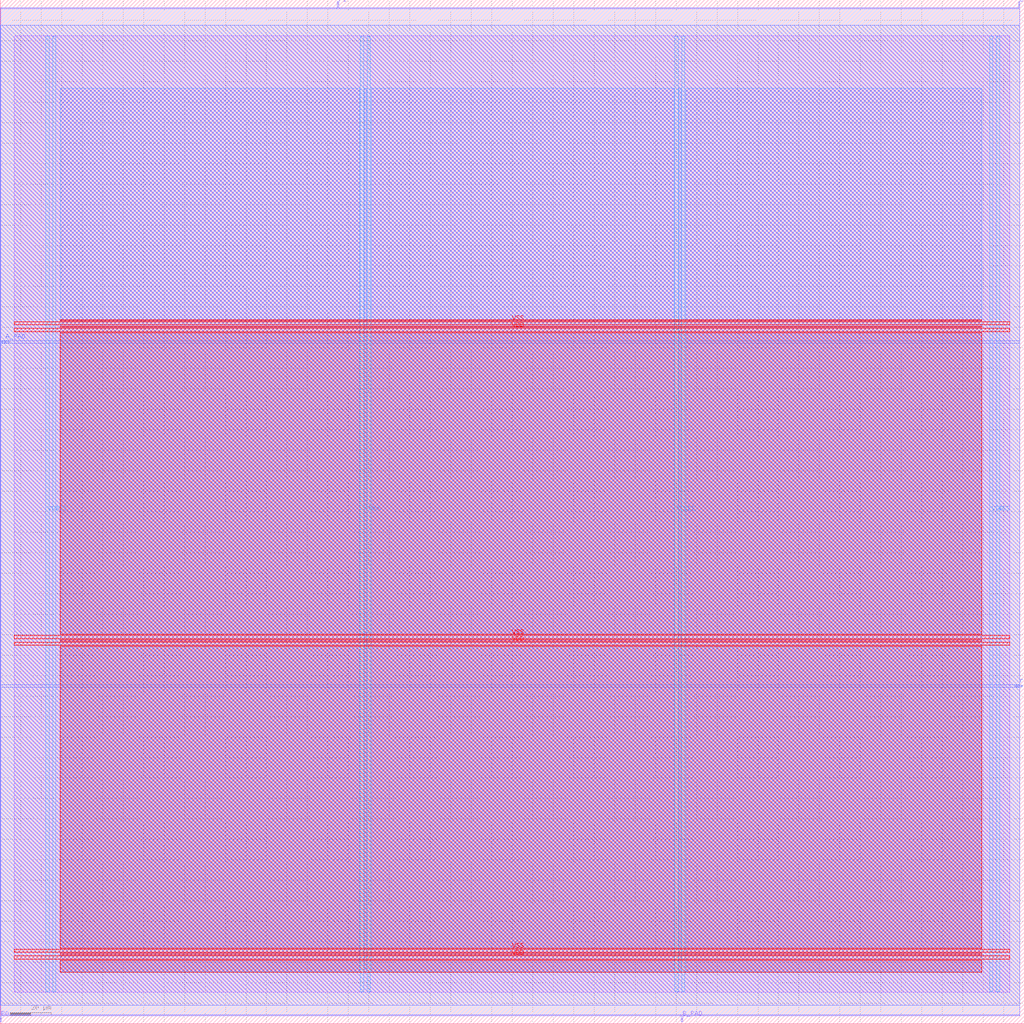
<source format=lef>
VERSION 5.7 ;
  NOWIREEXTENSIONATPIN ON ;
  DIVIDERCHAR "/" ;
  BUSBITCHARS "[]" ;
MACRO mult_asic_16x16
  CLASS BLOCK ;
  FOREIGN mult_asic_16x16 ;
  ORIGIN 0.000 0.000 ;
  SIZE 500.000 BY 500.000 ;
  PIN A_PAD
    DIRECTION INPUT ;
    USE SIGNAL ;
    PORT
      LAYER Metal3 ;
        RECT 1.000 332.640 4.000 333.200 ;
    END
  END A_PAD
  PIN B_PAD
    DIRECTION INPUT ;
    USE SIGNAL ;
    PORT
      LAYER Metal2 ;
        RECT 332.640 1.000 333.200 4.000 ;
    END
  END B_PAD
  PIN P0
    DIRECTION OUTPUT TRISTATE ;
    USE SIGNAL ;
    PORT
      LAYER Metal2 ;
        RECT 0.000 1.000 0.560 4.000 ;
    END
  END P0
  PIN P1
    DIRECTION OUTPUT TRISTATE ;
    USE SIGNAL ;
    PORT
      LAYER Metal2 ;
        RECT 164.640 496.000 165.200 499.000 ;
    END
  END P1
  PIN VDD
    DIRECTION INOUT ;
    USE POWER ;
    PORT
      LAYER Metal4 ;
        RECT 22.240 15.680 23.840 482.160 ;
    END
    PORT
      LAYER Metal4 ;
        RECT 175.840 15.680 177.440 482.160 ;
    END
    PORT
      LAYER Metal4 ;
        RECT 329.440 15.680 331.040 482.160 ;
    END
    PORT
      LAYER Metal4 ;
        RECT 483.040 15.680 484.640 482.160 ;
    END
    PORT
      LAYER Metal5 ;
        RECT 6.720 31.530 492.800 33.130 ;
    END
    PORT
      LAYER Metal5 ;
        RECT 6.720 184.710 492.800 186.310 ;
    END
    PORT
      LAYER Metal5 ;
        RECT 6.720 337.890 492.800 339.490 ;
    END
  END VDD
  PIN VSS
    DIRECTION INOUT ;
    USE GROUND ;
    PORT
      LAYER Metal4 ;
        RECT 25.540 15.680 27.140 482.160 ;
    END
    PORT
      LAYER Metal4 ;
        RECT 179.140 15.680 180.740 482.160 ;
    END
    PORT
      LAYER Metal4 ;
        RECT 332.740 15.680 334.340 482.160 ;
    END
    PORT
      LAYER Metal4 ;
        RECT 486.340 15.680 487.940 482.160 ;
    END
    PORT
      LAYER Metal5 ;
        RECT 6.720 34.830 492.800 36.430 ;
    END
    PORT
      LAYER Metal5 ;
        RECT 6.720 188.010 492.800 189.610 ;
    END
    PORT
      LAYER Metal5 ;
        RECT 6.720 341.190 492.800 342.790 ;
    END
  END VSS
  PIN clk
    DIRECTION INPUT ;
    USE SIGNAL ;
    PORT
      LAYER Metal2 ;
        RECT 497.280 496.000 497.840 499.000 ;
    END
  END clk
  PIN rst
    DIRECTION INPUT ;
    USE SIGNAL ;
    PORT
      LAYER Metal3 ;
        RECT 496.000 164.640 499.000 165.200 ;
    END
  END rst
  OBS
      LAYER Metal1 ;
        RECT 6.720 15.380 492.800 482.460 ;
      LAYER Metal2 ;
        RECT 0.140 495.700 164.340 496.000 ;
        RECT 165.500 495.700 496.980 496.000 ;
        RECT 0.140 4.300 497.700 495.700 ;
        RECT 0.860 4.000 332.340 4.300 ;
        RECT 333.500 4.000 497.700 4.300 ;
      LAYER Metal3 ;
        RECT 0.090 333.500 497.750 487.620 ;
        RECT 0.090 332.340 0.700 333.500 ;
        RECT 4.300 332.340 497.750 333.500 ;
        RECT 0.090 165.500 497.750 332.340 ;
        RECT 0.090 164.340 495.700 165.500 ;
        RECT 0.090 9.100 497.750 164.340 ;
      LAYER Metal4 ;
        RECT 29.260 25.290 175.540 456.870 ;
        RECT 177.740 25.290 178.840 456.870 ;
        RECT 181.040 25.290 329.140 456.870 ;
        RECT 331.340 25.290 332.440 456.870 ;
        RECT 334.640 25.290 479.220 456.870 ;
      LAYER Metal5 ;
        RECT 29.180 343.290 479.300 343.780 ;
        RECT 29.180 339.990 479.300 340.690 ;
        RECT 29.180 190.110 479.300 337.390 ;
        RECT 29.180 186.810 479.300 187.510 ;
        RECT 29.180 36.930 479.300 184.210 ;
        RECT 29.180 33.630 479.300 34.330 ;
        RECT 29.180 25.260 479.300 31.030 ;
  END
END mult_asic_16x16
END LIBRARY


</source>
